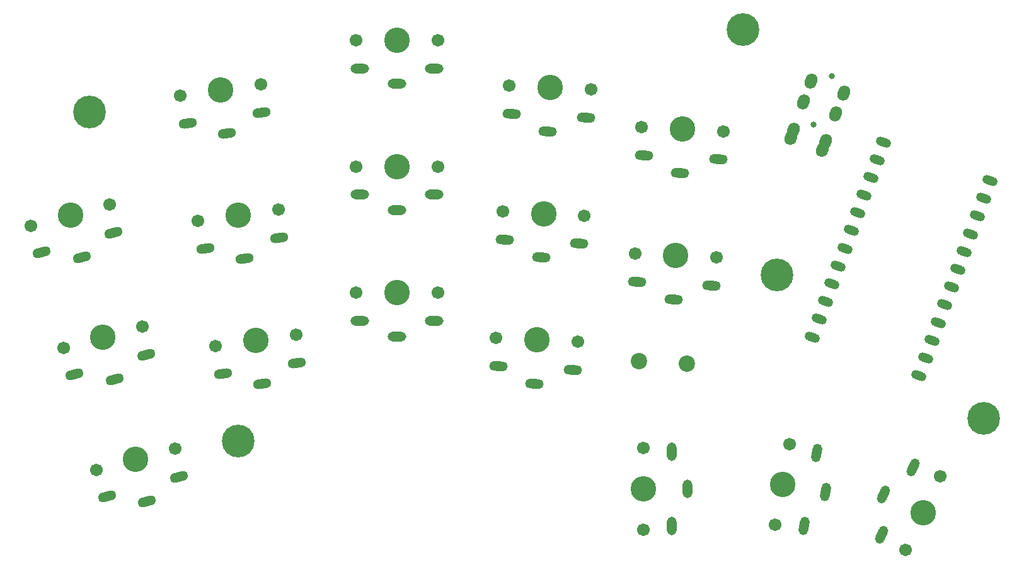
<source format=gbr>
%TF.GenerationSoftware,KiCad,Pcbnew,7.0.10*%
%TF.CreationDate,2024-03-09T20:05:54+01:00*%
%TF.ProjectId,sheep_v1,73686565-705f-4763-912e-6b696361645f,rev?*%
%TF.SameCoordinates,Original*%
%TF.FileFunction,Soldermask,Bot*%
%TF.FilePolarity,Negative*%
%FSLAX46Y46*%
G04 Gerber Fmt 4.6, Leading zero omitted, Abs format (unit mm)*
G04 Created by KiCad (PCBNEW 7.0.10) date 2024-03-09 20:05:54*
%MOMM*%
%LPD*%
G01*
G04 APERTURE LIST*
G04 Aperture macros list*
%AMHorizOval*
0 Thick line with rounded ends*
0 $1 width*
0 $2 $3 position (X,Y) of the first rounded end (center of the circle)*
0 $4 $5 position (X,Y) of the second rounded end (center of the circle)*
0 Add line between two ends*
20,1,$1,$2,$3,$4,$5,0*
0 Add two circle primitives to create the rounded ends*
1,1,$1,$2,$3*
1,1,$1,$4,$5*%
G04 Aperture macros list end*
%ADD10C,0.800000*%
%ADD11HorizOval,1.600000X0.085505X0.234923X-0.085505X-0.234923X0*%
%ADD12HorizOval,1.600000X-0.085505X-0.234923X0.085505X0.234923X0*%
%ADD13HorizOval,1.600000X-0.068404X-0.187939X0.068404X0.187939X0*%
%ADD14HorizOval,1.600000X0.068404X0.187939X-0.068404X-0.187939X0*%
%ADD15C,1.701800*%
%ADD16C,3.429000*%
%ADD17O,2.500000X1.300000*%
%ADD18HorizOval,1.200000X0.422862X-0.153909X-0.422862X0.153909X0*%
%ADD19HorizOval,1.300000X-0.599178X0.031402X0.599178X-0.031402X0*%
%ADD20HorizOval,1.300000X-0.104189X-0.590885X0.104189X0.590885X0*%
%ADD21HorizOval,1.300000X-0.594161X-0.083504X0.594161X0.083504X0*%
%ADD22HorizOval,1.300000X-0.579555X-0.155291X0.579555X0.155291X0*%
%ADD23C,4.400000*%
%ADD24C,2.200000*%
%ADD25HorizOval,1.300000X0.253571X0.543785X-0.253571X-0.543785X0*%
%ADD26O,1.300000X2.500000*%
G04 APERTURE END LIST*
D10*
%TO.C,J2*%
X158393788Y-68903508D03*
X155999647Y-75481357D03*
D11*
X154624171Y-72447981D03*
D12*
X158981788Y-74012741D03*
D11*
X155650231Y-69628903D03*
D12*
X160007849Y-71193663D03*
D13*
X152914899Y-77231880D03*
D14*
X157202454Y-78813706D03*
D11*
X153256090Y-76206752D03*
D12*
X157613708Y-77771511D03*
%TD*%
D15*
%TO.C,SW12*%
X94500001Y-98100000D03*
D16*
X100000000Y-98100000D03*
X100000000Y-98100000D03*
D15*
X105500000Y-98100000D03*
D17*
X100000000Y-104000000D03*
X95000000Y-101900000D03*
X105000000Y-101900000D03*
%TD*%
D18*
%TO.C,U1*%
X179700000Y-83000000D03*
X178831269Y-85386820D03*
X177962538Y-87773638D03*
X177093807Y-90160458D03*
X176225076Y-92547277D03*
X175356344Y-94934096D03*
X174487614Y-97320914D03*
X173618882Y-99707735D03*
X172750151Y-102094554D03*
X171881420Y-104481373D03*
X171012689Y-106868192D03*
X170143957Y-109255013D03*
X155841836Y-104049465D03*
X156710568Y-101662646D03*
X157579298Y-99275826D03*
X158448029Y-96889007D03*
X159316760Y-94502188D03*
X160185492Y-92115369D03*
X161054223Y-89728549D03*
X161922954Y-87341730D03*
X162791685Y-84954911D03*
X163660416Y-82568092D03*
X164529147Y-80181272D03*
X165397879Y-77794453D03*
%TD*%
D15*
%TO.C,SW6*%
X131979717Y-92779146D03*
D16*
X137472178Y-93066994D03*
X137472178Y-93066994D03*
D15*
X142964640Y-93354842D03*
D19*
X137163396Y-98958908D03*
X132280154Y-96600106D03*
X142266449Y-97123466D03*
%TD*%
D15*
%TO.C,SW16*%
X150842151Y-129326332D03*
D16*
X151797216Y-123909890D03*
X151797216Y-123909890D03*
D15*
X152752281Y-118493447D03*
D20*
X157607582Y-124934414D03*
X154671245Y-129493792D03*
X156407726Y-119645714D03*
%TD*%
D15*
%TO.C,SW4*%
X70866463Y-71588313D03*
D16*
X76312936Y-70822861D03*
X76312936Y-70822861D03*
D15*
X81759410Y-70057409D03*
D21*
X77134057Y-76665443D03*
X71890453Y-75281745D03*
X81793134Y-73890014D03*
%TD*%
D15*
%TO.C,SW14*%
X59600301Y-121935281D03*
D16*
X64912892Y-120511777D03*
X64912892Y-120511777D03*
D15*
X70225484Y-119088272D03*
D22*
X66439924Y-126210739D03*
X61066775Y-125476390D03*
X70726034Y-122888200D03*
%TD*%
D23*
%TO.C,*%
X58700000Y-73800000D03*
%TD*%
D15*
%TO.C,SW9*%
X73232406Y-88422870D03*
D16*
X78678879Y-87657418D03*
X78678879Y-87657418D03*
D15*
X84125353Y-86891966D03*
D21*
X79500000Y-93500000D03*
X74256396Y-92116302D03*
X84159077Y-90724571D03*
%TD*%
D15*
%TO.C,SW2*%
X115102980Y-70178978D03*
D16*
X120595441Y-70466826D03*
X120595441Y-70466826D03*
D15*
X126087903Y-70754674D03*
D19*
X120286659Y-76358740D03*
X115403417Y-73999938D03*
X125389712Y-74523298D03*
%TD*%
D23*
%TO.C,*%
X146500000Y-62700000D03*
%TD*%
D15*
%TO.C,SW13*%
X75598349Y-105257427D03*
D16*
X81044822Y-104491975D03*
X81044822Y-104491975D03*
D15*
X86491296Y-103726523D03*
D21*
X81865943Y-110334557D03*
X76622339Y-108950859D03*
X86525020Y-107559128D03*
%TD*%
D23*
%TO.C,*%
X178800000Y-115000000D03*
%TD*%
D24*
%TO.C,RSW2*%
X138995546Y-107670092D03*
X132504454Y-107329908D03*
%TD*%
D15*
%TO.C,SW15*%
X173021616Y-122758756D03*
D16*
X170697216Y-127743448D03*
X170697216Y-127743448D03*
D15*
X168372816Y-132728141D03*
D25*
X165350000Y-125250000D03*
X169366338Y-121605960D03*
X165140155Y-130669038D03*
%TD*%
D23*
%TO.C,*%
X151050000Y-95700000D03*
%TD*%
D15*
%TO.C,SW5*%
X50800453Y-89093803D03*
D16*
X56113044Y-87670299D03*
X56113044Y-87670299D03*
D15*
X61425636Y-86246794D03*
D22*
X57640076Y-93369261D03*
X52266927Y-92634912D03*
X61926186Y-90046722D03*
%TD*%
D23*
%TO.C,*%
X78650000Y-118050000D03*
%TD*%
D15*
%TO.C,SW7*%
X114213268Y-87155680D03*
D16*
X119705729Y-87443528D03*
X119705729Y-87443528D03*
D15*
X125198191Y-87731376D03*
D19*
X119396947Y-93335442D03*
X114513705Y-90976640D03*
X124500000Y-91500000D03*
%TD*%
D15*
%TO.C,SW8*%
X94500001Y-81100000D03*
D16*
X100000000Y-81100000D03*
X100000000Y-81100000D03*
D15*
X105500000Y-81100000D03*
D17*
X100000000Y-87000000D03*
X95000000Y-84900000D03*
X105000000Y-84900000D03*
%TD*%
D15*
%TO.C,SW1*%
X132869428Y-75802444D03*
D16*
X138361889Y-76090292D03*
X138361889Y-76090292D03*
D15*
X143854351Y-76378140D03*
D19*
X138053107Y-81982206D03*
X133169865Y-79623404D03*
X143156160Y-80146764D03*
%TD*%
D15*
%TO.C,SW3*%
X94500001Y-64100000D03*
D16*
X100000000Y-64100000D03*
X100000000Y-64100000D03*
D15*
X105500000Y-64100000D03*
D17*
X100000000Y-70000000D03*
X95000000Y-67900000D03*
X105000000Y-67900000D03*
%TD*%
D15*
%TO.C,SW10*%
X55200377Y-105514542D03*
D16*
X60512968Y-104091038D03*
X60512968Y-104091038D03*
D15*
X65825560Y-102667533D03*
D22*
X62040000Y-109790000D03*
X56666851Y-109055651D03*
X66326110Y-106467461D03*
%TD*%
D15*
%TO.C,SW17*%
X133126310Y-130010907D03*
D16*
X133126310Y-124510908D03*
X133126310Y-124510908D03*
D15*
X133126310Y-119010908D03*
D26*
X139026310Y-124510908D03*
X136926310Y-129510908D03*
X136926310Y-119510908D03*
%TD*%
D15*
%TO.C,SW11*%
X113323557Y-104132382D03*
D16*
X118816018Y-104420230D03*
X118816018Y-104420230D03*
D15*
X124308480Y-104708078D03*
D19*
X118507236Y-110312144D03*
X113623994Y-107953342D03*
X123610289Y-108476702D03*
%TD*%
M02*

</source>
